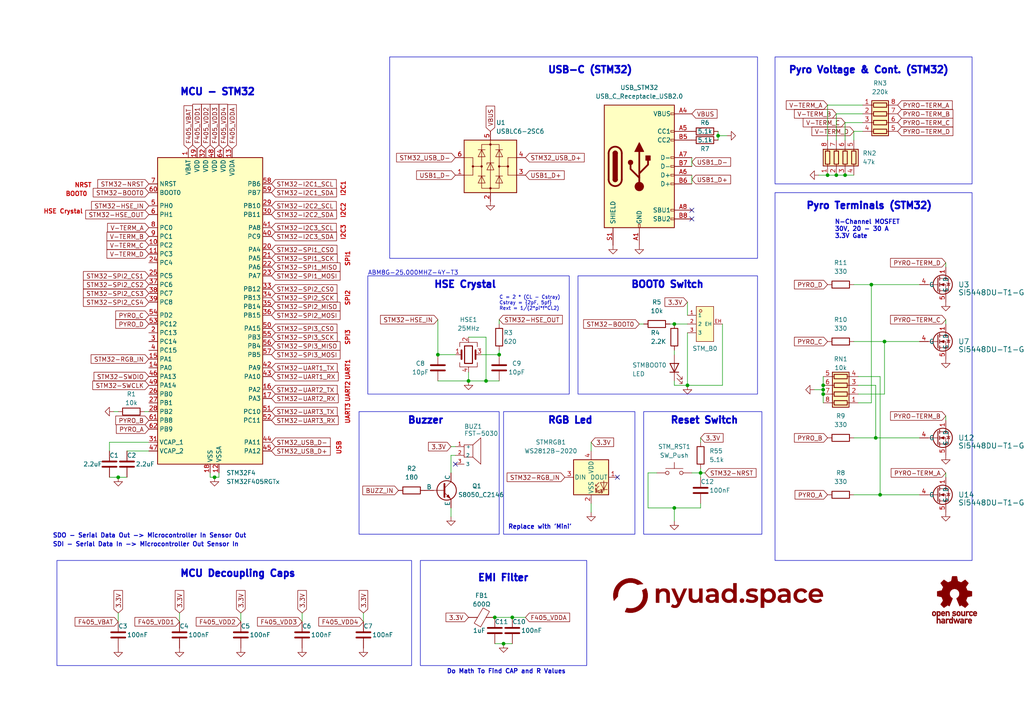
<source format=kicad_sch>
(kicad_sch (version 20250114) (generator "eeschema") (generator_version "9.0")
  (paper "A4")
  (title_block (title "MCU - STM32 Schematic") (company "Aether Flight Computer") (comment 7 "Aether Flight Computer"))
  (lib_symbols
    (symbol "Connector:USB_C_Receptacle_USB2.0" (pin_names (offset 1.016))
      (property "Reference" "J" (at -10.16 19.05 0))
      (property "Value" "USB_C_Receptacle_USB2.0" (at 19.05 19.05 0))
      (symbol "USB_C_Receptacle_USB2.0_1_1"
        (pin passive line (at -7.62 -22.86 90) (length 5.08) (name "SHIELD") (number "S1"))
        (pin passive line (at 0 -22.86 90) (length 5.08) (name "GND") (number "A1"))
        (pin passive line (at 0 -22.86 90) (length 5.08) (hide yes) (name "GND") (number "A12"))
        (pin passive line (at 0 -22.86 90) (length 5.08) (hide yes) (name "GND") (number "B1"))
        (pin passive line (at 0 -22.86 90) (length 5.08) (hide yes) (name "GND") (number "B12"))
        (pin passive line (at 15.24 15.24 180) (length 5.08) (name "VBUS") (number "A4"))
        (pin passive line (at 15.24 15.24 180) (length 5.08) (hide yes) (name "VBUS") (number "A9"))
        (pin passive line (at 15.24 15.24 180) (length 5.08) (hide yes) (name "VBUS") (number "B4"))
        (pin passive line (at 15.24 15.24 180) (length 5.08) (hide yes) (name "VBUS") (number "B9"))
        (pin bidirectional line (at 15.24 10.16 180) (length 5.08) (name "CC1") (number "A5"))
        (pin bidirectional line (at 15.24 7.62 180) (length 5.08) (name "CC2") (number "B5"))
        (pin bidirectional line (at 15.24 2.54 180) (length 5.08) (name "D-") (number "A7"))
        (pin bidirectional line (at 15.24 0 180) (length 5.08) (name "D-") (number "B7"))
        (pin bidirectional line (at 15.24 -2.54 180) (length 5.08) (name "D+") (number "A6"))
        (pin bidirectional line (at 15.24 -5.08 180) (length 5.08) (name "D+") (number "B6"))
        (pin bidirectional line (at 15.24 -12.7 180) (length 5.08) (name "SBU1") (number "A8"))
        (pin bidirectional line (at 15.24 -15.24 180) (length 5.08) (name "SBU2") (number "B8"))
      )
    )
    (symbol "Device:C" (pin_numbers (hide yes)) (pin_names (offset 0.254))
      (property "Reference" "C" (at 0.635 2.54 0))
      (property "Value" "C" (at 0.635 -2.54 0))
      (symbol "C_1_1"
        (pin passive line (at 0 3.81 270) (length 2.794) (name "~") (number "1"))
        (pin passive line (at 0 -3.81 90) (length 2.794) (name "~") (number "2"))
      )
    )
    (symbol "Device:Crystal_GND24" (pin_names (offset 1.016) (hide yes))
      (property "Reference" "Y" (at 3.175 5.08 0))
      (property "Value" "Crystal_GND24" (at 3.175 3.175 0))
      (symbol "Crystal_GND24_1_1"
        (pin passive line (at -3.81 0 0) (length 1.27) (name "1") (number "1"))
        (pin passive line (at 0 5.08 270) (length 1.27) (name "2") (number "2"))
        (pin passive line (at 0 -5.08 90) (length 1.27) (name "4") (number "4"))
        (pin passive line (at 3.81 0 180) (length 1.27) (name "3") (number "3"))
      )
    )
    (symbol "Device:FerriteBead" (pin_numbers (hide yes)) (pin_names (offset 0))
      (property "Reference" "FB" (at -3.81 0.635 90))
      (property "Value" "FerriteBead" (at 3.81 0 90))
      (symbol "FerriteBead_1_1"
        (pin passive line (at 0 3.81 270) (length 2.54) (name "~") (number "1"))
        (pin passive line (at 0 -3.81 90) (length 2.54) (name "~") (number "2"))
      )
    )
    (symbol "Device:LED" (pin_numbers (hide yes)) (pin_names (offset 1.016) (hide yes))
      (property "Reference" "D" (at 0 2.54 0))
      (property "Value" "LED" (at 0 -2.54 0))
      (symbol "LED_1_1"
        (pin passive line (at -3.81 0 0) (length 2.54) (name "K") (number "1"))
        (pin passive line (at 3.81 0 180) (length 2.54) (name "A") (number "2"))
      )
    )
    (symbol "Device:R" (pin_numbers (hide yes)) (pin_names (offset 0))
      (property "Reference" "R" (at 2.032 0 90))
      (property "Value" "R" (at 0 0 90))
      (symbol "R_1_1"
        (pin passive line (at 0 3.81 270) (length 1.27) (name "~") (number "1"))
        (pin passive line (at 0 -3.81 90) (length 1.27) (name "~") (number "2"))
      )
    )
    (symbol "Device:R_Pack04" (pin_names (offset 0) (hide yes))
      (property "Reference" "RN" (at -7.62 0 90))
      (property "Value" "R_Pack04" (at 5.08 0 90))
      (symbol "R_Pack04_1_1"
        (pin passive line (at -5.08 5.08 270) (length 2.54) (name "R1.2") (number "8"))
        (pin passive line (at -5.08 -5.08 90) (length 2.54) (name "R1.1") (number "1"))
        (pin passive line (at -2.54 5.08 270) (length 2.54) (name "R2.2") (number "7"))
        (pin passive line (at -2.54 -5.08 90) (length 2.54) (name "R2.1") (number "2"))
        (pin passive line (at 0 5.08 270) (length 2.54) (name "R3.2") (number "6"))
        (pin passive line (at 0 -5.08 90) (length 2.54) (name "R3.1") (number "3"))
        (pin passive line (at 2.54 5.08 270) (length 2.54) (name "R4.2") (number "5"))
        (pin passive line (at 2.54 -5.08 90) (length 2.54) (name "R4.1") (number "4"))
      )
    )
    (symbol "FST-5030:FST-5030"
      (property "Reference" "BUZ" (at 0 1.27 0))
      (property "Value" "FST-5030" (at 0 -2.54 0))
      (symbol "FST-5030_0_1"
        (pin unspecified line (at -2.54 2.54 0) (length 2.54) (name "+") (number "1"))
        (pin unspecified line (at -2.54 0 0) (length 2.54) (name "2") (number "2"))
        (pin unspecified line (at -2.54 -2.54 0) (length 2.54) (name "3") (number "3"))
      )
    )
    (symbol "LED:WS2812B-2020" (pin_names (offset 0.254))
      (property "Reference" "D" (at 5.08 5.715 0))
      (property "Value" "WS2812B-2020" (at 1.27 -5.715 0))
      (symbol "WS2812B-2020_0_0"
        (text "RGB" (at 2.286 -4.191 0) (effects (font (size 0.762 0.762))))
      )
      (symbol "WS2812B-2020_1_1"
        (pin input line (at -7.62 0 0) (length 2.54) (name "DIN") (number "3"))
        (pin power_in line (at 0 7.62 270) (length 2.54) (name "VDD") (number "4"))
        (pin power_in line (at 0 -7.62 90) (length 2.54) (name "VSS") (number "2"))
        (pin output line (at 7.62 0 180) (length 2.54) (name "DOUT") (number "1"))
      )
    )
    (symbol "Power_Protection:USBLC6-2SC6" (pin_names (hide yes))
      (property "Reference" "U" (at 2.54 8.89 0))
      (property "Value" "USBLC6-2SC6" (at 2.54 -8.89 0))
      (symbol "USBLC6-2SC6_1_1"
        (pin passive line (at -10.16 2.54 0) (length 2.54) (name "I/O1") (number "6"))
        (pin passive line (at -10.16 -2.54 0) (length 2.54) (name "I/O1") (number "1"))
        (pin passive line (at 0 10.16 270) (length 2.54) (name "VBUS") (number "5"))
        (pin passive line (at 0 -10.16 90) (length 2.54) (name "GND") (number "2"))
        (pin passive line (at 10.16 2.54 180) (length 2.54) (name "I/O2") (number "4"))
        (pin passive line (at 10.16 -2.54 180) (length 2.54) (name "I/O2") (number "3"))
      )
    )
    (symbol "SI5442DU-T1-GE3_2" (pin_names (offset 0.254))
      (property "Reference" "U3" (at 4.826 0 0))
      (property "Value" "SI5442DU-T1-GE3" (at 4.826 -2.286 0))
      (symbol "SI5442DU-T1-GE3_2_0_1"
        (pin unspecified line (at -6.35 0 0) (length 2.54) (name "G") (number "4"))
        (pin passive line (at 1.27 5.08 270) (length 2.54) (name "D") (number "1"))
        (pin unspecified line (at 1.27 -5.08 90) (length 2.54) (name "S") (number "5"))
      )
      (symbol "SI5442DU-T1-GE3_2_1_1"
        (pin unspecified line (at 1.27 -5.08 90) (length 2.54) (hide yes) (name "S") (number "9"))
      )
    )
    (symbol "SS-3292S-L2-B:SS-3292S-L2-B"
      (property "Reference" "U" (at 0 1.27 0))
      (property "Value" "SS-3292S-L2-B" (at 0 -2.54 0))
      (symbol "SS-3292S-L2-B_0_1"
        (pin unspecified line (at -2.54 -3.81 90) (length 2.54) (name "1") (number "1"))
        (pin unspecified line (at 0 6.35 270) (length 2.54) (name "EH") (number "EH"))
        (pin unspecified line (at 0 -3.81 90) (length 2.54) (name "2") (number "2"))
        (pin unspecified line (at 2.54 -3.81 90) (length 2.54) (name "3") (number "3"))
      )
    )
    (symbol "STM32F405RGTx_1"
      (property "Reference" "U13" (at 4.7341 -45.72 0))
      (property "Value" "STM32F405RGTx" (at 4.7341 -48.26 0))
      (symbol "STM32F405RGTx_1_1_1"
        (pin input line (at -17.78 38.1 0) (length 2.54) (name "NRST") (number "7"))
        (pin input line (at -17.78 35.56 0) (length 2.54) (name "BOOT0") (number "60"))
        (pin bidirectional line (at -17.78 31.75 0) (length 2.54) (name "PH0") (number "5"))
        (pin bidirectional line (at -17.78 29.21 0) (length 2.54) (name "PH1") (number "6"))
        (pin bidirectional line (at -17.78 25.4 0) (length 2.54) (name "PC0") (number "8"))
        (pin bidirectional line (at -17.78 22.86 0) (length 2.54) (name "PC1") (number "9"))
        (pin bidirectional line (at -17.78 20.32 0) (length 2.54) (name "PC2") (number "10"))
        (pin bidirectional line (at -17.78 17.78 0) (length 2.54) (name "PC3") (number "11"))
        (pin bidirectional line (at -17.78 15.24 0) (length 2.54) (name "PC4") (number "24"))
        (pin bidirectional line (at -17.78 11.43 0) (length 2.54) (name "PC5") (number "25"))
        (pin bidirectional line (at -17.78 8.89 0) (length 2.54) (name "PC6") (number "37"))
        (pin bidirectional line (at -17.78 6.35 0) (length 2.54) (name "PC7") (number "38"))
        (pin bidirectional line (at -17.78 3.81 0) (length 2.54) (name "PC8") (number "39"))
        (pin bidirectional line (at -17.78 0 0) (length 2.54) (name "PD2") (number "54"))
        (pin bidirectional line (at -17.78 -2.54 0) (length 2.54) (name "PC12") (number "53"))
        (pin bidirectional line (at -17.78 -5.08 0) (length 2.54) (name "PC13") (number "2"))
        (pin bidirectional line (at -17.78 -7.62 0) (length 2.54) (name "PC14") (number "3"))
        (pin bidirectional line (at -17.78 -10.16 0) (length 2.54) (name "PC15") (number "4"))
        (pin bidirectional line (at -17.78 -12.7 0) (length 2.54) (name "PA1") (number "15"))
        (pin bidirectional line (at -17.78 -15.24 0) (length 2.54) (name "PA0") (number "14"))
        (pin bidirectional line (at -17.78 -17.78 0) (length 2.54) (name "PA13") (number "46"))
        (pin bidirectional line (at -17.78 -20.32 0) (length 2.54) (name "PA14") (number "49"))
        (pin bidirectional line (at -17.78 -22.86 0) (length 2.54) (name "PB0") (number "26"))
        (pin bidirectional line (at -17.78 -25.4 0) (length 2.54) (name "PB1") (number "27"))
        (pin bidirectional line (at -17.78 -27.94 0) (length 2.54) (name "PB2") (number "28"))
        (pin bidirectional line (at -17.78 -30.48 0) (length 2.54) (name "PB8") (number "61"))
        (pin bidirectional line (at -17.78 -33.02 0) (length 2.54) (name "PB9") (number "62"))
        (pin power_out line (at -17.78 -36.83 0) (length 2.54) (name "VCAP_1") (number "31"))
        (pin power_out line (at -17.78 -39.37 0) (length 2.54) (name "VCAP_2") (number "47"))
        (pin power_in line (at -6.35 48.26 270) (length 2.54) (name "VBAT") (number "1"))
        (pin power_in line (at -3.81 48.26 270) (length 2.54) (name "VDD") (number "19"))
        (pin power_in line (at -1.27 48.26 270) (length 2.54) (name "VDD") (number "32"))
        (pin power_in line (at 0 -45.72 90) (length 2.54) (name "VSS") (number "18"))
        (pin passive line (at 0 -45.72 90) (length 2.54) (hide yes) (name "VSS") (number "63"))
        (pin power_in line (at 1.27 48.26 270) (length 2.54) (name "VDD") (number "48"))
        (pin power_in line (at 2.54 -45.72 90) (length 2.54) (name "VSSA") (number "12"))
        (pin power_in line (at 3.81 48.26 270) (length 2.54) (name "VDD") (number "64"))
        (pin power_in line (at 6.35 48.26 270) (length 2.54) (name "VDDA") (number "13"))
        (pin bidirectional line (at 17.78 38.1 180) (length 2.54) (name "PB6") (number "58"))
        (pin bidirectional line (at 17.78 35.56 180) (length 2.54) (name "PB7") (number "59"))
        (pin bidirectional line (at 17.78 31.75 180) (length 2.54) (name "PB10") (number "29"))
        (pin bidirectional line (at 17.78 29.21 180) (length 2.54) (name "PB11") (number "30"))
        (pin bidirectional line (at 17.78 25.4 180) (length 2.54) (name "PA8") (number "41"))
        (pin bidirectional line (at 17.78 22.86 180) (length 2.54) (name "PC9") (number "40"))
        (pin bidirectional line (at 17.78 19.05 180) (length 2.54) (name "PA4") (number "20"))
        (pin bidirectional line (at 17.78 16.51 180) (length 2.54) (name "PA5") (number "21"))
        (pin bidirectional line (at 17.78 13.97 180) (length 2.54) (name "PA6") (number "22"))
        (pin bidirectional line (at 17.78 11.43 180) (length 2.54) (name "PA7") (number "23"))
        (pin bidirectional line (at 17.78 7.62 180) (length 2.54) (name "PB12") (number "33"))
        (pin bidirectional line (at 17.78 5.08 180) (length 2.54) (name "PB13") (number "34"))
        (pin bidirectional line (at 17.78 2.54 180) (length 2.54) (name "PB14") (number "35"))
        (pin bidirectional line (at 17.78 0 180) (length 2.54) (name "PB15") (number "36"))
        (pin bidirectional line (at 17.78 -3.81 180) (length 2.54) (name "PA15") (number "50"))
        (pin bidirectional line (at 17.78 -6.35 180) (length 2.54) (name "PB3") (number "55"))
        (pin bidirectional line (at 17.78 -8.89 180) (length 2.54) (name "PB4") (number "56"))
        (pin bidirectional line (at 17.78 -11.43 180) (length 2.54) (name "PB5") (number "57"))
        (pin bidirectional line (at 17.78 -15.24 180) (length 2.54) (name "PA9") (number "42"))
        (pin bidirectional line (at 17.78 -17.78 180) (length 2.54) (name "PA10") (number "43"))
        (pin bidirectional line (at 17.78 -21.59 180) (length 2.54) (name "PA2") (number "16"))
        (pin bidirectional line (at 17.78 -24.13 180) (length 2.54) (name "PA3") (number "17"))
        (pin bidirectional line (at 17.78 -27.94 180) (length 2.54) (name "PC10") (number "51"))
        (pin bidirectional line (at 17.78 -30.48 180) (length 2.54) (name "PC11") (number "52"))
        (pin bidirectional line (at 17.78 -36.83 180) (length 2.54) (name "PA11") (number "44"))
        (pin bidirectional line (at 17.78 -39.37 180) (length 2.54) (name "PA12") (number "45"))
      )
    )
    (symbol "Simulation_SPICE:NPN" (pin_numbers (hide yes)) (pin_names (offset 0))
      (property "Reference" "Q1" (at 8.636 1.27 0))
      (property "Value" "S8050_C2146" (at 4.572 -1.27 0))
      (symbol "NPN_1_1"
        (pin input line (at -5.08 0 0) (length 2.54) (name "B") (number "1"))
        (pin open_collector line (at 2.54 5.08 270) (length 2.54) (name "C") (number "3"))
        (pin open_emitter line (at 2.54 -5.08 90) (length 2.54) (name "E") (number "2"))
      )
    )
    (symbol "Switch:SW_Push" (pin_numbers (hide yes)) (pin_names (offset 1.016) (hide yes))
      (property "Reference" "SW" (at 1.27 2.54 0))
      (property "Value" "SW_Push" (at 0 -1.524 0))
      (symbol "SW_Push_0_1"
        (pin passive line (at -5.08 0 0) (length 2.54) (name "1") (number "1"))
        (pin passive line (at 5.08 0 180) (length 2.54) (name "2") (number "2"))
      )
    )
    (symbol "nyuad_space:LOGO" (pin_names (offset 1.016)))
    (symbol "osh_logo:LOGO" (pin_names (offset 1.016)))
    (symbol "power:GND" (power) (pin_names (offset 0))
      (property "Value" "GND" (at 0 -3.81 0))
      (symbol "GND_1_1"
        (pin power_in line (at 0 0 270) (length 0) (hide yes) (name "GND") (number "1"))
      )
    )
  )
  (rectangle (start 167.64 80.01) (end 219.71 114.3))
  (rectangle (start 106.68 80.01) (end 165.1 114.3))
  (rectangle (start 224.79 55.88) (end 281.94 162.56))
  (rectangle (start 121.92 162.56) (end 170.18 193.04))
  (rectangle (start 146.05 119.38) (end 184.15 154.94))
  (rectangle (start 104.14 119.38) (end 144.78 154.94))
  (rectangle (start 16.51 162.56) (end 119.38 193.04))
  (rectangle (start 224.79 16.51) (end 281.94 53.34))
  (rectangle (start 186.69 119.38) (end 220.98 154.94))
  (rectangle (start 113.03 16.51) (end 219.71 74.93))
  (text "BOOT0" (at 25.4 57.15 0) (effects (font (size 1.27 1.27) (thickness 0.254) (bold yes)) (justify right bottom)))
  (text "Buzzer" (at 118.11 123.19 0) (effects (font (size 2 2) (thickness 0.8) (bold yes)) (justify left bottom)))
  (text "SDO - Serial Data Out -> Microcontroller In Sensor Out" (at 15.24 156.21 0) (effects (font (size 1.27 1.27) (bold yes)) (justify left bottom)))
  (text "SPI1" (at 101.6 77.47 90) (effects (font (size 1.27 1.27) (thickness 0.254) (bold yes)) (justify left bottom)))
  (text "UART2" (at 101.6 116.84 90) (effects (font (size 1.27 1.27) (thickness 0.254) (bold yes)) (justify left bottom)))
  (text "HSE Crystal" (at 24.13 62.23 0) (effects (font (size 1.27 1.27) (thickness 0.254) (bold yes)) (justify right bottom)))
  (text "Replace with 'Mini'" (at 147.32 153.67 0) (effects (font (size 1.27 1.27) (bold yes)) (justify left bottom)))
  (text "Pyro Terminals (STM32)" (at 233.68 60.96 0) (effects (font (size 2 2) (thickness 0.8) (bold yes)) (justify left bottom)))
  (text "USB" (at 99.06 132.08 90) (effects (font (size 1.27 1.27) (thickness 0.254) (bold yes)) (justify left bottom)))
  (text "I2C3" (at 100.33 69.85 90) (effects (font (size 1.27 1.27) (thickness 0.254) (bold yes)) (justify left bottom)))
  (text "BOOT0 Switch" (at 182.88 83.82 0) (effects (font (size 2 2) (thickness 0.8) (bold yes)) (justify left bottom)))
  (text "UART3" (at 101.6 123.19 90) (effects (font (size 1.27 1.27) (thickness 0.254) (bold yes)) (justify left bottom)))
  (text "MCU Decoupling Caps" (at 52.07 167.64 0) (effects (font (size 2 2) (thickness 0.8) (bold yes)) (justify left bottom)))
  (text "USB-C (STM32)" (at 158.75 21.59 0) (effects (font (size 2 2) (thickness 0.8) (bold yes)) (justify left bottom)))
  (text "SDI - Serial Data In -> Microcontroller Out Sensor In" (at 15.24 158.75 0) (effects (font (size 1.27 1.27) (bold yes)) (justify left bottom)))
  (text "UART1" (at 101.6 110.49 90) (effects (font (size 1.27 1.27) (thickness 0.254) (bold yes)) (justify left bottom)))
  (text "Do Math To Find CAP and R Values" (at 129.54 195.58 0) (effects (font (size 1.27 1.27) (bold yes)) (justify left bottom)))
  (text "NRST" (at 26.67 54.61 0) (effects (font (size 1.27 1.27) (thickness 0.254) (bold yes)) (justify right bottom)))
  (text "C = 2 * (CL - Cstray)\nCstray = {2pF, 5pf}\nRext = 1/(2*pi*f*CL2)" (at 144.78 90.17 0) (effects (font (size 1 1)) (justify left bottom)))
  (text "Notes:\n- Add header Pins, antenna pins, verify connectors\n- Verify VBUS, VBAT logic\n- Need Auto Reset/Boot Logic for STM32 and ESP32 on USB\n\n" (at 0 1.27 0) (effects (font (size 1.27 1.27)) (justify left bottom)))
  (text "N-Channel MOSFET\n30V, 20 - 30 A\n3.3V Gate" (at 242.062 69.342 0) (effects (font (size 1.27 1.27) (bold yes)) (justify left bottom)))
  (text "EMI Filter" (at 138.43 168.91 0) (effects (font (size 2 2) (thickness 0.8) (bold yes)) (justify left bottom)))
  (text "SPI3" (at 101.6 100.33 90) (effects (font (size 1.27 1.27) (thickness 0.254) (bold yes)) (justify left bottom)))
  (text "I2C1" (at 100.33 57.15 90) (effects (font (size 1.27 1.27) (thickness 0.254) (bold yes)) (justify left bottom)))
  (text "ABM8G-25.000MHZ-4Y-T3" (at 106.68 80.01 0) (effects (font (size 1.27 1.27)) (justify left bottom)))
  (text "MCU - STM32" (at 52.07 27.94 0) (effects (font (size 2 2) (thickness 0.8) (bold yes)) (justify left bottom)))
  (text "SPI2" (at 101.6 88.9 90) (effects (font (size 1.27 1.27) (thickness 0.254) (bold yes)) (justify left bottom)))
  (text "I2C2" (at 100.33 63.5 90) (effects (font (size 1.27 1.27) (thickness 0.254) (bold yes)) (justify left bottom)))
  (text "Pyro Voltage & Cont. (STM32)" (at 228.6 21.59 0) (effects (font (size 2 2) (thickness 0.8) (bold yes)) (justify left bottom)))
  (text "HSE Crystal" (at 125.73 83.82 0) (effects (font (size 2 2) (thickness 0.8) (bold yes)) (justify left bottom)))
  (text "RGB Led" (at 158.75 123.19 0) (effects (font (size 2 2) (thickness 0.8) (bold yes)) (justify left bottom)))
  (text "Reset Switch" (at 194.31 123.19 0) (effects (font (size 2 2) (thickness 0.8) (bold yes)) (justify left bottom)))
  (junction (at 238.76 114.3))
  (junction (at 140.97 110.49))
  (junction (at 195.58 93.98))
  (junction (at 252.73 82.55))
  (junction (at 254 127))
  (junction (at 238.76 111.76))
  (junction (at 146.05 186.69))
  (junction (at 34.29 138.43))
  (junction (at 135.89 110.49))
  (junction (at 143.51 179.07))
  (junction (at 203.2 137.16))
  (junction (at 238.76 113.03))
  (junction (at 242.57 50.8))
  (junction (at 127 102.87))
  (junction (at 62.23 138.43))
  (junction (at 144.78 102.87))
  (junction (at 245.11 50.8))
  (junction (at 240.03 50.8))
  (junction (at 195.58 147.32))
  (junction (at 208.28 39.37))
  (junction (at 199.39 111.76))
  (junction (at 256.54 99.06))
  (junction (at 148.59 179.07))
  (junction (at 255.27 143.51))
  (no_connect (at 200.66 60.96))
  (no_connect (at 179.07 138.43))
  (no_connect (at 200.66 63.5))
  (no_connect (at 132.08 134.62))
  (wire (pts (xy 242.57 40.64) (xy 242.57 33.02)))
  (wire (pts (xy 209.55 93.98) (xy 209.55 111.76)))
  (wire (pts (xy 247.65 127) (xy 254 127)))
  (wire (pts (xy 60.96 138.43) (xy 62.23 138.43)))
  (wire (pts (xy 247.65 38.1) (xy 250.19 38.1)))
  (wire (pts (xy 254 111.76) (xy 254 127)))
  (wire (pts (xy 199.39 87.63) (xy 199.39 91.44)))
  (wire (pts (xy 195.58 151.13) (xy 195.58 147.32)))
  (wire (pts (xy 144.78 101.6) (xy 144.78 102.87)))
  (wire (pts (xy 135.89 110.49) (xy 135.89 107.95)))
  (wire (pts (xy 200.66 45.72) (xy 200.66 48.26)))
  (wire (pts (xy 238.76 113.03) (xy 238.76 114.3)))
  (wire (pts (xy 63.5 137.16) (xy 63.5 138.43)))
  (wire (pts (xy 52.07 177.8) (xy 52.07 180.34)))
  (wire (pts (xy 60.96 137.16) (xy 60.96 138.43)))
  (wire (pts (xy 135.89 110.49) (xy 140.97 110.49)))
  (wire (pts (xy 143.51 186.69) (xy 146.05 186.69)))
  (wire (pts (xy 237.49 50.8) (xy 240.03 50.8)))
  (wire (pts (xy 130.81 132.08) (xy 130.81 137.16)))
  (wire (pts (xy 209.55 111.76) (xy 199.39 111.76)))
  (wire (pts (xy 274.32 137.16) (xy 274.32 138.43)))
  (wire (pts (xy 208.28 38.1) (xy 208.28 39.37)))
  (wire (pts (xy 203.2 138.43) (xy 203.2 137.16)))
  (wire (pts (xy 31.75 130.81) (xy 31.75 128.27)))
  (wire (pts (xy 62.23 138.43) (xy 63.5 138.43)))
  (wire (pts (xy 247.65 99.06) (xy 256.54 99.06)))
  (wire (pts (xy 245.11 50.8) (xy 247.65 50.8)))
  (wire (pts (xy 31.75 138.43) (xy 34.29 138.43)))
  (wire (pts (xy 248.92 116.84) (xy 252.73 116.84)))
  (wire (pts (xy 195.58 147.32) (xy 203.2 147.32)))
  (wire (pts (xy 274.32 76.2) (xy 274.32 77.47)))
  (wire (pts (xy 240.03 30.48) (xy 250.19 30.48)))
  (wire (pts (xy 203.2 128.27) (xy 203.2 127)))
  (wire (pts (xy 146.05 186.69) (xy 148.59 186.69)))
  (wire (pts (xy 139.7 102.87) (xy 144.78 102.87)))
  (wire (pts (xy 256.54 99.06) (xy 266.7 99.06)))
  (wire (pts (xy 242.57 50.8) (xy 245.11 50.8)))
  (wire (pts (xy 238.76 111.76) (xy 238.76 113.03)))
  (wire (pts (xy 195.58 93.98) (xy 199.39 93.98)))
  (wire (pts (xy 41.91 119.38) (xy 43.18 119.38)))
  (wire (pts (xy 200.66 50.8) (xy 200.66 53.34)))
  (wire (pts (xy 148.59 179.07) (xy 152.4 179.07)))
  (wire (pts (xy 87.63 177.8) (xy 87.63 180.34)))
  (wire (pts (xy 203.2 147.32) (xy 203.2 146.05)))
  (wire (pts (xy 252.73 82.55) (xy 266.7 82.55)))
  (wire (pts (xy 252.73 116.84) (xy 252.73 82.55)))
  (wire (pts (xy 238.76 109.22) (xy 238.76 111.76)))
  (wire (pts (xy 240.03 50.8) (xy 242.57 50.8)))
  (wire (pts (xy 140.97 110.49) (xy 144.78 110.49)))
  (wire (pts (xy 36.83 130.81) (xy 43.18 130.81)))
  (wire (pts (xy 208.28 39.37) (xy 208.28 40.64)))
  (wire (pts (xy 242.57 33.02) (xy 250.19 33.02)))
  (wire (pts (xy 195.58 147.32) (xy 187.96 147.32)))
  (wire (pts (xy 185.42 93.98) (xy 186.69 93.98)))
  (wire (pts (xy 34.29 119.38) (xy 33.02 119.38)))
  (wire (pts (xy 140.97 97.79) (xy 140.97 110.49)))
  (wire (pts (xy 254 127) (xy 266.7 127)))
  (wire (pts (xy 130.81 132.08) (xy 132.08 132.08)))
  (wire (pts (xy 195.58 111.76) (xy 199.39 111.76)))
  (wire (pts (xy 274.32 120.65) (xy 274.32 121.92)))
  (wire (pts (xy 238.76 114.3) (xy 238.76 116.84)))
  (wire (pts (xy 245.11 40.64) (xy 245.11 35.56)))
  (wire (pts (xy 248.92 111.76) (xy 254 111.76)))
  (wire (pts (xy 245.11 35.56) (xy 250.19 35.56)))
  (wire (pts (xy 236.22 113.03) (xy 238.76 113.03)))
  (wire (pts (xy 105.41 177.8) (xy 105.41 180.34)))
  (wire (pts (xy 248.92 114.3) (xy 256.54 114.3)))
  (wire (pts (xy 248.92 109.22) (xy 255.27 109.22)))
  (wire (pts (xy 247.65 82.55) (xy 252.73 82.55)))
  (wire (pts (xy 195.58 102.87) (xy 195.58 101.6)))
  (wire (pts (xy 127 110.49) (xy 135.89 110.49)))
  (wire (pts (xy 132.08 129.54) (xy 130.81 129.54)))
  (wire (pts (xy 255.27 143.51) (xy 266.7 143.51)))
  (wire (pts (xy 247.65 143.51) (xy 255.27 143.51)))
  (wire (pts (xy 171.45 148.59) (xy 171.45 146.05)))
  (wire (pts (xy 143.51 179.07) (xy 148.59 179.07)))
  (wire (pts (xy 200.66 137.16) (xy 203.2 137.16)))
  (wire (pts (xy 199.39 96.52) (xy 199.39 111.76)))
  (wire (pts (xy 187.96 147.32) (xy 187.96 137.16)))
  (wire (pts (xy 256.54 114.3) (xy 256.54 99.06)))
  (wire (pts (xy 130.81 149.86) (xy 130.81 147.32)))
  (wire (pts (xy 34.29 177.8) (xy 34.29 180.34)))
  (wire (pts (xy 69.85 177.8) (xy 69.85 180.34)))
  (wire (pts (xy 34.29 138.43) (xy 36.83 138.43)))
  (wire (pts (xy 171.45 128.27) (xy 171.45 130.81)))
  (wire (pts (xy 247.65 40.64) (xy 247.65 38.1)))
  (wire (pts (xy 203.2 135.89) (xy 203.2 137.16)))
  (wire (pts (xy 31.75 128.27) (xy 43.18 128.27)))
  (wire (pts (xy 127 92.71) (xy 127 102.87)))
  (wire (pts (xy 208.28 39.37) (xy 210.82 39.37)))
  (wire (pts (xy 240.03 40.64) (xy 240.03 30.48)))
  (wire (pts (xy 274.32 92.71) (xy 274.32 93.98)))
  (wire (pts (xy 144.78 92.71) (xy 144.78 93.98)))
  (wire (pts (xy 195.58 111.76) (xy 195.58 110.49)))
  (wire (pts (xy 203.2 137.16) (xy 204.47 137.16)))
  (wire (pts (xy 135.89 97.79) (xy 140.97 97.79)))
  (wire (pts (xy 195.58 93.98) (xy 194.31 93.98)))
  (wire (pts (xy 127 102.87) (xy 132.08 102.87)))
  (wire (pts (xy 187.96 137.16) (xy 190.5 137.16)))
  (wire (pts (xy 255.27 109.22) (xy 255.27 143.51)))
  (global_label "V-TERM_C" (shape input) (at 43.18 71.12 180) (property "Intersheetrefs" "${INTERSHEET_REFS}" (effects (hide yes))))
  (global_label "PYRO-TERM_B" (shape input) (at 260.35 33.02 0) (property "Intersheetrefs" "${INTERSHEET_REFS}" (effects (hide yes))))
  (global_label "STM32-I2C2_SCL" (shape input) (at 78.74 59.69 0) (property "Intersheetrefs" "${INTERSHEET_REFS}" (effects (hide yes))))
  (global_label "STM32-HSE_IN" (shape input) (at 43.18 59.69 180) (property "Intersheetrefs" "${INTERSHEET_REFS}" (effects (hide yes))))
  (global_label "PYRO-TERM_A" (shape input) (at 260.35 30.48 0) (property "Intersheetrefs" "${INTERSHEET_REFS}" (effects (hide yes))))
  (global_label "PYRO_B" (shape input) (at 43.18 121.92 180) (property "Intersheetrefs" "${INTERSHEET_REFS}" (effects (hide yes))))
  (global_label "PYRO-TERM_D" (shape input) (at 260.35 38.1 0) (property "Intersheetrefs" "${INTERSHEET_REFS}" (effects (hide yes))))
  (global_label "STM32-SPI3_SCK" (shape input) (at 78.74 97.79 0) (property "Intersheetrefs" "${INTERSHEET_REFS}" (effects (hide yes))))
  (global_label "STM32-SWDIO" (shape input) (at 43.18 109.22 180) (property "Intersheetrefs" "${INTERSHEET_REFS}" (effects (hide yes))))
  (global_label "STM32-SPI2_SCK" (shape input) (at 78.74 86.36 0) (property "Intersheetrefs" "${INTERSHEET_REFS}" (effects (hide yes))))
  (global_label "STM32-NRST" (shape input) (at 43.18 53.34 180) (property "Intersheetrefs" "${INTERSHEET_REFS}" (effects (hide yes))))
  (global_label "STM32-BOOT0" (shape input) (at 43.18 55.88 180) (property "Intersheetrefs" "${INTERSHEET_REFS}" (effects (hide yes))))
  (global_label "STM32-SPI3_MISO" (shape input) (at 78.74 100.33 0) (property "Intersheetrefs" "${INTERSHEET_REFS}" (effects (hide yes))))
  (global_label "F405_VDD3" (shape input) (at 62.23 43.18 90) (property "Intersheetrefs" "${INTERSHEET_REFS}" (effects (hide yes))))
  (global_label "3.3V" (shape input) (at 34.29 177.8 90) (property "Intersheetrefs" "${INTERSHEET_REFS}" (effects (hide yes))))
  (global_label "PYRO_B" (shape input) (at 240.03 127 180) (property "Intersheetrefs" "${INTERSHEET_REFS}" (effects (hide yes))))
  (global_label "V-TERM_B" (shape input) (at 242.57 33.02 180) (property "Intersheetrefs" "${INTERSHEET_REFS}" (effects (hide yes))))
  (global_label "3.3V" (shape input) (at 130.81 129.54 180) (property "Intersheetrefs" "${INTERSHEET_REFS}" (effects (hide yes))))
  (global_label "STM32-UART2_TX" (shape input) (at 78.74 113.03 0) (property "Intersheetrefs" "${INTERSHEET_REFS}" (effects (hide yes))))
  (global_label "USB1_D-" (shape input) (at 132.08 50.8 180) (property "Intersheetrefs" "${INTERSHEET_REFS}" (effects (hide yes))))
  (global_label "STM32-UART3_RX" (shape input) (at 78.74 121.92 0) (property "Intersheetrefs" "${INTERSHEET_REFS}" (effects (hide yes))))
  (global_label "BUZZ_IN" (shape input) (at 115.57 142.24 180) (property "Intersheetrefs" "${INTERSHEET_REFS}" (effects (hide yes))))
  (global_label "F405_VBAT" (shape input) (at 34.29 180.34 180) (property "Intersheetrefs" "${INTERSHEET_REFS}" (effects (hide yes))))
  (global_label "F405_VDD2" (shape input) (at 69.85 180.34 180) (property "Intersheetrefs" "${INTERSHEET_REFS}" (effects (hide yes))))
  (global_label "V-TERM_D" (shape input) (at 247.65 38.1 180) (property "Intersheetrefs" "${INTERSHEET_REFS}" (effects (hide yes))))
  (global_label "STM32-HSE_OUT" (shape input) (at 43.18 62.23 180) (property "Intersheetrefs" "${INTERSHEET_REFS}" (effects (hide yes))))
  (global_label "STM32-RGB_IN" (shape input) (at 163.83 138.43 180) (property "Intersheetrefs" "${INTERSHEET_REFS}" (effects (hide yes))))
  (global_label "3.3V" (shape input) (at 199.39 87.63 180) (property "Intersheetrefs" "${INTERSHEET_REFS}" (effects (hide yes))))
  (global_label "F405_VDDA" (shape input) (at 67.31 43.18 90) (property "Intersheetrefs" "${INTERSHEET_REFS}" (effects (hide yes))))
  (global_label "STM32-SPI1_MOSI" (shape input) (at 78.74 80.01 0) (property "Intersheetrefs" "${INTERSHEET_REFS}" (effects (hide yes))))
  (global_label "V-TERM_A" (shape input) (at 240.03 30.48 180) (property "Intersheetrefs" "${INTERSHEET_REFS}" (effects (hide yes))))
  (global_label "PYRO_A" (shape input) (at 240.03 143.51 180) (property "Intersheetrefs" "${INTERSHEET_REFS}" (effects (hide yes))))
  (global_label "USB1_D+" (shape input) (at 200.66 52.07 0) (property "Intersheetrefs" "${INTERSHEET_REFS}" (effects (hide yes))))
  (global_label "V-TERM_D" (shape input) (at 43.18 73.66 180) (property "Intersheetrefs" "${INTERSHEET_REFS}" (effects (hide yes))))
  (global_label "F405_VBAT" (shape input) (at 54.61 43.18 90) (property "Intersheetrefs" "${INTERSHEET_REFS}" (effects (hide yes))))
  (global_label "STM32_USB_D-" (shape input) (at 78.74 128.27 0) (property "Intersheetrefs" "${INTERSHEET_REFS}" (effects (hide yes))))
  (global_label "STM32-SPI2_CS4" (shape input) (at 43.18 87.63 180) (property "Intersheetrefs" "${INTERSHEET_REFS}" (effects (hide yes))))
  (global_label "STM32_USB_D-" (shape input) (at 132.08 45.72 180) (property "Intersheetrefs" "${INTERSHEET_REFS}" (effects (hide yes))))
  (global_label "STM32-SPI2_CS1" (shape input) (at 43.18 80.01 180) (property "Intersheetrefs" "${INTERSHEET_REFS}" (effects (hide yes))))
  (global_label "USB1_D-" (shape input) (at 200.66 46.99 0) (property "Intersheetrefs" "${INTERSHEET_REFS}" (effects (hide yes))))
  (global_label "F405_VDD1" (shape input) (at 52.07 180.34 180) (property "Intersheetrefs" "${INTERSHEET_REFS}" (effects (hide yes))))
  (global_label "PYRO_D" (shape input) (at 43.18 93.98 180) (property "Intersheetrefs" "${INTERSHEET_REFS}" (effects (hide yes))))
  (global_label "STM32-UART1_TX" (shape input) (at 78.74 106.68 0) (property "Intersheetrefs" "${INTERSHEET_REFS}" (effects (hide yes))))
  (global_label "STM32-UART3_TX" (shape input) (at 78.74 119.38 0) (property "Intersheetrefs" "${INTERSHEET_REFS}" (effects (hide yes))))
  (global_label "STM32-SPI2_CS2" (shape input) (at 43.18 82.55 180) (property "Intersheetrefs" "${INTERSHEET_REFS}" (effects (hide yes))))
  (global_label "STM32-I2C1_SDA" (shape input) (at 78.74 55.88 0) (property "Intersheetrefs" "${INTERSHEET_REFS}" (effects (hide yes))))
  (global_label "F405_VDD4" (shape input) (at 105.41 180.34 180) (property "Intersheetrefs" "${INTERSHEET_REFS}" (effects (hide yes))))
  (global_label "STM32-I2C2_SDA" (shape input) (at 78.74 62.23 0) (property "Intersheetrefs" "${INTERSHEET_REFS}" (effects (hide yes))))
  (global_label "V-TERM_A" (shape input) (at 43.18 66.04 180) (property "Intersheetrefs" "${INTERSHEET_REFS}" (effects (hide yes))))
  (global_label "3.3V" (shape input) (at 105.41 177.8 90) (property "Intersheetrefs" "${INTERSHEET_REFS}" (effects (hide yes))))
  (global_label "STM32-SPI2_MOSI" (shape input) (at 78.74 91.44 0) (property "Intersheetrefs" "${INTERSHEET_REFS}" (effects (hide yes))))
  (global_label "3.3V" (shape input) (at 203.2 127 0) (property "Intersheetrefs" "${INTERSHEET_REFS}" (effects (hide yes))))
  (global_label "PYRO-TERM_C" (shape input) (at 274.32 92.71 180) (property "Intersheetrefs" "${INTERSHEET_REFS}" (effects (hide yes))))
  (global_label "STM32-SPI1_SCK" (shape input) (at 78.74 74.93 0) (property "Intersheetrefs" "${INTERSHEET_REFS}" (effects (hide yes))))
  (global_label "STM32-SPI2_MISO" (shape input) (at 78.74 88.9 0) (property "Intersheetrefs" "${INTERSHEET_REFS}" (effects (hide yes))))
  (global_label "STM32-HSE_IN" (shape input) (at 127 92.71 180) (property "Intersheetrefs" "${INTERSHEET_REFS}" (effects (hide yes))))
  (global_label "PYRO-TERM_C" (shape input) (at 260.35 35.56 0) (property "Intersheetrefs" "${INTERSHEET_REFS}" (effects (hide yes))))
  (global_label "VBUS" (shape input) (at 200.66 33.02 0) (property "Intersheetrefs" "${INTERSHEET_REFS}" (effects (hide yes))))
  (global_label "F405_VDD1" (shape input) (at 57.15 43.18 90) (property "Intersheetrefs" "${INTERSHEET_REFS}" (effects (hide yes))))
  (global_label "STM32-UART2_RX" (shape input) (at 78.74 115.57 0) (property "Intersheetrefs" "${INTERSHEET_REFS}" (effects (hide yes))))
  (global_label "V-TERM_C" (shape input) (at 245.11 35.56 180) (property "Intersheetrefs" "${INTERSHEET_REFS}" (effects (hide yes))))
  (global_label "STM32-SPI2_CS3" (shape input) (at 43.18 85.09 180) (property "Intersheetrefs" "${INTERSHEET_REFS}" (effects (hide yes))))
  (global_label "PYRO-TERM_B" (shape input) (at 274.32 120.65 180) (property "Intersheetrefs" "${INTERSHEET_REFS}" (effects (hide yes))))
  (global_label "STM32_USB_D+" (shape input) (at 152.4 45.72 0) (property "Intersheetrefs" "${INTERSHEET_REFS}" (effects (hide yes))))
  (global_label "PYRO-TERM_A" (shape input) (at 274.32 137.16 180) (property "Intersheetrefs" "${INTERSHEET_REFS}" (effects (hide yes))))
  (global_label "STM32-UART1_RX" (shape input) (at 78.74 109.22 0) (property "Intersheetrefs" "${INTERSHEET_REFS}" (effects (hide yes))))
  (global_label "V-TERM_B" (shape input) (at 43.18 68.58 180) (property "Intersheetrefs" "${INTERSHEET_REFS}" (effects (hide yes))))
  (global_label "STM32-SPI3_MOSI" (shape input) (at 78.74 102.87 0) (property "Intersheetrefs" "${INTERSHEET_REFS}" (effects (hide yes))))
  (global_label "STM32-I2C3_SDA" (shape input) (at 78.74 68.58 0) (property "Intersheetrefs" "${INTERSHEET_REFS}" (effects (hide yes))))
  (global_label "F405_VDD3" (shape input) (at 87.63 180.34 180) (property "Intersheetrefs" "${INTERSHEET_REFS}" (effects (hide yes))))
  (global_label "3.3V" (shape input) (at 171.45 128.27 0) (property "Intersheetrefs" "${INTERSHEET_REFS}" (effects (hide yes))))
  (global_label "STM32-RGB_IN" (shape input) (at 43.18 104.14 180) (property "Intersheetrefs" "${INTERSHEET_REFS}" (effects (hide yes))))
  (global_label "STM32-NRST" (shape input) (at 204.47 137.16 0) (property "Intersheetrefs" "${INTERSHEET_REFS}" (effects (hide yes))))
  (global_label "3.3V" (shape input) (at 69.85 177.8 90) (property "Intersheetrefs" "${INTERSHEET_REFS}" (effects (hide yes))))
  (global_label "PYRO_C" (shape input) (at 43.18 91.44 180) (property "Intersheetrefs" "${INTERSHEET_REFS}" (effects (hide yes))))
  (global_label "STM32-SPI1_MISO" (shape input) (at 78.74 77.47 0) (property "Intersheetrefs" "${INTERSHEET_REFS}" (effects (hide yes))))
  (global_label "STM32-SPI1_CS0" (shape input) (at 78.74 72.39 0) (property "Intersheetrefs" "${INTERSHEET_REFS}" (effects (hide yes))))
  (global_label "F405_VDD2" (shape input) (at 59.69 43.18 90) (property "Intersheetrefs" "${INTERSHEET_REFS}" (effects (hide yes))))
  (global_label "F405_VDD4" (shape input) (at 64.77 43.18 90) (property "Intersheetrefs" "${INTERSHEET_REFS}" (effects (hide yes))))
  (global_label "STM32-I2C3_SCL" (shape input) (at 78.74 66.04 0) (property "Intersheetrefs" "${INTERSHEET_REFS}" (effects (hide yes))))
  (global_label "STM32-BOOT0" (shape input) (at 185.42 93.98 180) (property "Intersheetrefs" "${INTERSHEET_REFS}" (effects (hide yes))))
  (global_label "STM32-HSE_OUT" (shape input) (at 144.78 92.71 0) (property "Intersheetrefs" "${INTERSHEET_REFS}" (effects (hide yes))))
  (global_label "3.3V" (shape input) (at 135.89 179.07 180) (property "Intersheetrefs" "${INTERSHEET_REFS}" (effects (hide yes))))
  (global_label "STM32-SPI3_CS0" (shape input) (at 78.74 95.25 0) (property "Intersheetrefs" "${INTERSHEET_REFS}" (effects (hide yes))))
  (global_label "STM32-I2C1_SCL" (shape input) (at 78.74 53.34 0) (property "Intersheetrefs" "${INTERSHEET_REFS}" (effects (hide yes))))
  (global_label "PYRO_C" (shape input) (at 240.03 99.06 180) (property "Intersheetrefs" "${INTERSHEET_REFS}" (effects (hide yes))))
  (global_label "F405_VDDA" (shape input) (at 152.4 179.07 0) (property "Intersheetrefs" "${INTERSHEET_REFS}" (effects (hide yes))))
  (global_label "PYRO-TERM_D" (shape input) (at 274.32 76.2 180) (property "Intersheetrefs" "${INTERSHEET_REFS}" (effects (hide yes))))
  (global_label "STM32_USB_D+" (shape input) (at 78.74 130.81 0) (property "Intersheetrefs" "${INTERSHEET_REFS}" (effects (hide yes))))
  (global_label "PYRO_D" (shape input) (at 240.03 82.55 180) (property "Intersheetrefs" "${INTERSHEET_REFS}" (effects (hide yes))))
  (global_label "STM32-SPI2_CS0" (shape input) (at 78.74 83.82 0) (property "Intersheetrefs" "${INTERSHEET_REFS}" (effects (hide yes))))
  (global_label "USB1_D+" (shape input) (at 152.4 50.8 0) (property "Intersheetrefs" "${INTERSHEET_REFS}" (effects (hide yes))))
  (global_label "3.3V" (shape input) (at 52.07 177.8 90) (property "Intersheetrefs" "${INTERSHEET_REFS}" (effects (hide yes))))
  (global_label "PYRO_A" (shape input) (at 43.18 124.46 180) (property "Intersheetrefs" "${INTERSHEET_REFS}" (effects (hide yes))))
  (global_label "STM32-SWCLK" (shape input) (at 43.18 111.76 180) (property "Intersheetrefs" "${INTERSHEET_REFS}" (effects (hide yes))))
  (global_label "VBUS" (shape input) (at 142.24 38.1 90) (property "Intersheetrefs" "${INTERSHEET_REFS}" (effects (hide yes))))
  (global_label "3.3V" (shape input) (at 87.63 177.8 90) (property "Intersheetrefs" "${INTERSHEET_REFS}" (effects (hide yes))))
  (symbol (lib_id "Device:R_Pack04") (at 243.84 111.76 90) (unit 1)
    (property "Reference" "RN1" (at 243.84 104.14 90))
    (property "Value" "10k" (at 243.84 106.68 90))
    (property "Footprint" "Resistor_SMD:R_Array_Convex_4x0402" (effects (hide yes)))
  )
  (symbol (lib_id "power:GND") (at 210.82 39.37 90) (unit 1)
    (property "Reference" "#PWR0111" (effects (hide yes)))
    (property "Value" "GND" (effects (hide yes)))
  )
  (symbol (lib_id "power:GND") (at 199.39 111.76 0) (unit 1)
    (property "Reference" "#PWR0107" (effects (hide yes)))
    (property "Value" "GND" (effects (hide yes)))
  )
  (symbol (lib_id "osh_logo:LOGO") (at 276.86 173.99 0) (unit 1)
    (property "Reference" "#G2" (effects (hide yes)))
    (property "Value" "LOGO" (effects (hide yes)))
  )
  (symbol (lib_id "Power_Protection:USBLC6-2SC6") (at 142.24 48.26 0) (unit 1)
    (property "Reference" "U1" (at 143.8911 35.56 0) (effects (justify left)))
    (property "Value" "USBLC6-2SC6" (at 143.8911 38.1 0) (effects (justify left)))
    (property "Footprint" "Package_TO_SOT_SMD:SOT-23-6" (effects (hide yes)))
    (property "Datasheet" "https://www.st.com/resource/en/datasheet/usblc6-2.pdf" (effects (hide yes)))
  )
  (symbol (lib_id "Device:C") (at 52.07 184.15 0) (unit 1)
    (property "Reference" "C4" (at 52.07 181.61 0) (effects (justify left)))
    (property "Value" "100nF" (at 54.61 184.15 0) (effects (justify left)))
    (property "Footprint" "Capacitor_SMD:C_0402_1005Metric" (effects (hide yes)))
  )
  (symbol (lib_id "Device:C") (at 144.78 106.68 0) (unit 1)
    (property "Reference" "C9" (at 149.86 105.41 0))
    (property "Value" "10pF" (at 149.86 107.95 0))
    (property "Footprint" "Capacitor_SMD:C_0402_1005Metric" (effects (hide yes)))
  )
  (symbol (lib_name "STM32F405RGTx_1") (lib_id "MCU_ST_STM32F4:STM32F405RGTx") (at 60.96 91.44 0) (unit 1)
    (property "Reference" "STM32F4" (at 65.6433 137.16 0) (effects (justify left)))
    (property "Value" "STM32F405RGTx" (at 65.6433 139.7 0) (effects (justify left)))
    (property "Footprint" "Package_QFP:LQFP-64_10x10mm_P0.5mm" (effects (hide yes)))
    (property "Datasheet" "https://www.st.com/resource/en/datasheet/stm32f405rg.pdf" (effects (hide yes)))
  )
  (symbol (lib_id "power:GND") (at 146.05 186.69 0) (unit 1)
    (property "Reference" "#PWR0119" (effects (hide yes)))
    (property "Value" "GND" (effects (hide yes)))
  )
  (symbol (lib_id "power:GND") (at 62.23 138.43 0) (unit 1)
    (property "Reference" "#PWR0121" (effects (hide yes)))
    (property "Value" "GND" (effects (hide yes)))
  )
  (symbol (lib_name "SI5442DU-T1-GE3_2") (lib_id "SI5442DU_T1_GE3:SI5442DU-T1-GE3") (at 273.05 127 0) (unit 1)
    (property "Reference" "U12" (at 277.876 127 0) (effects (font (size 1.524 1.524)) (justify left)))
    (property "Value" "SI5448DU-T1-GE3" (at 277.876 129.286 0) (effects (font (size 1.524 1.524)) (justify left)))
    (property "Footprint" "SI5442DU_T1_GE3:SON_8DU-T1-GE3_VIS" (effects (hide yes)))
    (property "Datasheet" "SI5448DU-T1-GE3" (effects (hide yes)))
  )
  (symbol (lib_id "power:GND") (at 274.32 148.59 0) (unit 1)
    (property "Reference" "#PWR0114" (effects (hide yes)))
    (property "Value" "GND" (effects (hide yes)))
  )
  (symbol (lib_id "power:GND") (at 52.07 187.96 0) (unit 1)
    (property "Reference" "#PWR0117" (effects (hide yes)))
    (property "Value" "GND" (effects (hide yes)))
  )
  (symbol (lib_id "power:GND") (at 236.22 113.03 270) (unit 1)
    (property "Reference" "#PWR0101" (effects (hide yes)))
    (property "Value" "GND" (effects (hide yes)))
  )
  (symbol (lib_id "power:GND") (at 237.49 50.8 270) (unit 1)
    (property "Reference" "#PWR0112" (effects (hide yes)))
    (property "Value" "GND" (effects (hide yes)))
  )
  (symbol (lib_id "Device:R") (at 144.78 97.79 0) (unit 1)
    (property "Reference" "R3" (at 146.05 96.52 0) (effects (justify left)))
    (property "Value" "620" (at 146.05 99.06 0) (effects (justify left)))
    (property "Footprint" "Resistor_SMD:R_0603_1608Metric" (effects (hide yes)))
  )
  (symbol (lib_id "Device:C") (at 105.41 184.15 0) (unit 1)
    (property "Reference" "C7" (at 105.41 181.61 0) (effects (justify left)))
    (property "Value" "100nF" (at 107.95 184.15 0) (effects (justify left)))
    (property "Footprint" "Capacitor_SMD:C_0402_1005Metric" (effects (hide yes)))
  )
  (symbol (lib_id "Device:R") (at 243.84 127 270) (unit 1)
    (property "Reference" "R9" (at 243.84 120.65 90))
    (property "Value" "330" (at 243.84 123.19 90))
    (property "Footprint" "Resistor_SMD:R_0402_1005Metric" (effects (hide yes)))
  )
  (symbol (lib_id "Device:FerriteBead") (at 139.7 179.07 270) (unit 1)
    (property "Reference" "FB1" (at 139.7 172.72 90))
    (property "Value" "600Ω" (at 139.7 175.26 90))
    (property "Footprint" "Inductor_SMD:L_0402_1005Metric" (effects (hide yes)))
  )
  (symbol (lib_id "power:GND") (at 135.89 110.49 0) (unit 1)
    (property "Reference" "#PWR0104" (effects (hide yes)))
    (property "Value" "GND" (effects (hide yes)))
  )
  (symbol (lib_id "Device:C") (at 203.2 142.24 0) (unit 1)
    (property "Reference" "C12" (at 203.2 139.7 0) (effects (justify left)))
    (property "Value" "100nF" (at 205.74 142.24 0) (effects (justify left)))
    (property "Footprint" "Capacitor_SMD:C_0402_1005Metric" (effects (hide yes)))
  )
  (symbol (lib_id "Device:R_Pack04") (at 245.11 45.72 0) (unit 1)
    (property "Reference" "RN2" (at 250.19 44.45 0) (effects (justify left)))
    (property "Value" "47k" (at 250.19 46.99 0) (effects (justify left)))
    (property "Footprint" "Resistor_SMD:R_Array_Convex_4x0402" (effects (hide yes)))
  )
  (symbol (lib_id "power:GND") (at 34.29 187.96 0) (unit 1)
    (property "Reference" "#PWR0115" (effects (hide yes)))
    (property "Value" "GND" (effects (hide yes)))
  )
  (symbol (lib_id "Device:R") (at 243.84 143.51 270) (unit 1)
    (property "Reference" "R8" (at 243.84 137.16 90))
    (property "Value" "330" (at 243.84 139.7 90))
    (property "Footprint" "Resistor_SMD:R_0402_1005Metric" (effects (hide yes)))
  )
  (symbol (lib_id "power:GND") (at 171.45 148.59 0) (unit 1)
    (property "Reference" "#PWR0105" (effects (hide yes)))
    (property "Value" "GND" (effects (hide yes)))
  )
  (symbol (lib_id "Switch:SW_Push") (at 195.58 137.16 0) (unit 1)
    (property "Reference" "STM_RST1" (at 195.58 129.54 0))
    (property "Value" "SW_Push" (at 195.58 132.08 0))
    (property "Footprint" "Button_Switch_SMD:SW_SPST_B3U-1000P" (effects (hide yes)))
    (property "Description" "Push button switch, generic, two pins" (effects (hide yes)))
  )
  (symbol (lib_id "nyuad_space:LOGO") (at 208.28 172.72 0) (unit 1)
    (property "Reference" "#G1" (effects (hide yes)))
    (property "Value" "LOGO" (effects (hide yes)))
  )
  (symbol (lib_id "LED:WS2812B-2020") (at 171.45 138.43 0) (unit 1)
    (property "Reference" "STMRGB1" (at 159.766 128.27 0))
    (property "Value" "WS2812B-2020" (at 159.766 130.81 0))
    (property "Footprint" "LED_SMD:LED_WS2812B-2020_PLCC4_2.0x2.0mm" (effects (hide yes)))
    (property "Datasheet" "https://cdn-shop.adafruit.com/product-files/4684/4684_WS2812B-2020_V1.3_EN.pdf" (effects (hide yes)))
    (property "Description" "RGB LED with integrated controller, 2.0 x 2.0 mm, 12 mA" (effects (hide yes)))
  )
  (symbol (lib_id "Device:C") (at 31.75 134.62 0) (unit 1)
    (property "Reference" "C1" (at 31.75 132.08 0) (effects (justify left)))
    (property "Value" "2.2uF" (at 24.13 134.62 0) (effects (justify left)))
    (property "Footprint" "Capacitor_SMD:C_0603_1608Metric" (effects (hide yes)))
  )
  (symbol (lib_id "Device:R") (at 204.47 40.64 90) (unit 1)
    (property "Reference" "R7" (at 204.47 43.18 90))
    (property "Value" "5.1k" (at 204.47 40.64 90))
    (property "Footprint" "Resistor_SMD:R_0402_1005Metric" (effects (hide yes)))
  )
  (symbol (lib_id "Connector:USB_C_Receptacle_USB2.0") (at 185.42 48.26 0) (unit 1)
    (property "Reference" "USB_STM32" (at 185.42 25.4 0))
    (property "Value" "USB_C_Receptacle_USB2.0" (at 185.42 27.94 0))
    (property "Footprint" "Connector_USB:USB_C_Receptacle_G-Switch_GT-USB-7010ASV" (effects (hide yes)))
    (property "Datasheet" "https://www.usb.org/sites/default/files/documents/usb_type-c.zip" (effects (hide yes)))
  )
  (symbol (lib_id "Device:C") (at 148.59 182.88 0) (unit 1)
    (property "Reference" "C10" (at 148.59 180.34 0) (effects (justify left)))
    (property "Value" "100nF" (at 151.13 182.88 0) (effects (justify left)))
    (property "Footprint" "Capacitor_SMD:C_0402_1005Metric" (effects (hide yes)))
  )
  (symbol (lib_id "SS-3292S-L2-B:SS-3292S-L2-B") (at 203.2 93.98 270) (unit 1)
    (property "Reference" "STM_B0" (at 204.47 101.092 90))
    (property "Value" "SS-3292S-L2-B" (effects (hide yes)))
    (property "Footprint" "SS-3292S-L2-B:SW-SMD_SS-3292S-L2-B" (effects (hide yes)))
    (property "Datasheet" "https://item.szlcsc.com/512183.html?ref=editor&logined=true" (effects (hide yes)))
    (property "LCSC" "C500057" (effects (hide yes)))
  )
  (symbol (lib_id "power:GND") (at 274.32 132.08 0) (unit 1)
    (property "Reference" "#PWR0113" (effects (hide yes)))
    (property "Value" "GND" (effects (hide yes)))
  )
  (symbol (lib_id "Device:R") (at 243.84 99.06 270) (unit 1)
    (property "Reference" "R10" (at 243.84 92.71 90))
    (property "Value" "330" (at 243.84 95.25 90))
    (property "Footprint" "Resistor_SMD:R_0402_1005Metric" (effects (hide yes)))
  )
  (symbol (lib_id "power:GND") (at 130.81 149.86 0) (unit 1)
    (property "Reference" "#PWR0106" (effects (hide yes)))
    (property "Value" "GND" (effects (hide yes)))
  )
  (symbol (lib_id "Device:R_Pack04") (at 255.27 35.56 270) (unit 1)
    (property "Reference" "RN3" (at 255.27 24.13 90))
    (property "Value" "220k" (at 255.27 26.67 90))
    (property "Footprint" "Resistor_SMD:R_Array_Convex_4x0402" (effects (hide yes)))
  )
  (symbol (lib_name "SI5442DU-T1-GE3_2") (lib_id "SI5442DU_T1_GE3:SI5442DU-T1-GE3") (at 273.05 82.55 0) (unit 1)
    (property "Reference" "U3" (at 277.876 82.55 0) (effects (font (size 1.524 1.524)) (justify left)))
    (property "Value" "SI5448DU-T1-GE3" (at 277.876 84.836 0) (effects (font (size 1.524 1.524)) (justify left)))
    (property "Footprint" "SI5442DU_T1_GE3:SON_8DU-T1-GE3_VIS" (effects (hide yes)))
    (property "Datasheet" "SI5448DU-T1-GE3" (effects (hide yes)))
  )
  (symbol (lib_id "power:GND") (at 177.8 71.12 0) (unit 1)
    (property "Reference" "#PWR0131" (effects (hide yes)))
    (property "Value" "GND" (effects (hide yes)))
  )
  (symbol (lib_id "power:GND") (at 185.42 71.12 0) (unit 1)
    (property "Reference" "#PWR0110" (effects (hide yes)))
    (property "Value" "GND" (effects (hide yes)))
  )
  (symbol (lib_id "power:GND") (at 274.32 104.14 0) (unit 1)
    (property "Reference" "#PWR0102" (effects (hide yes)))
    (property "Value" "GND" (effects (hide yes)))
  )
  (symbol (lib_id "power:GND") (at 87.63 187.96 0) (unit 1)
    (property "Reference" "#PWR0118" (effects (hide yes)))
    (property "Value" "GND" (effects (hide yes)))
  )
  (symbol (lib_id "Simulation_SPICE:NPN") (at 128.27 142.24 0) (unit 1)
    (property "Reference" "Q1" (at 136.906 140.97 0) (effects (justify left)))
    (property "Value" "S8050_C2146" (at 132.842 143.51 0) (effects (justify left)))
    (property "Footprint" "Package_TO_SOT_SMD:SOT-23-3" (effects (hide yes)))
    (property "Sim.Device" "NPN" (effects (hide yes)))
    (property "Sim.Type" "GUMMELPOON" (effects (hide yes)))
    (property "Sim.Pins" "1=C 2=B 3=E" (effects (hide yes)))
  )
  (symbol (lib_id "Device:LED") (at 195.58 106.68 90) (unit 1)
    (property "Reference" "STMBOOT0" (at 183.388 105.918 90) (effects (justify right)))
    (property "Value" "LED" (at 183.388 108.458 90) (effects (justify right)))
    (property "Footprint" "LED_SMD:LED_0603_1608Metric" (effects (hide yes)))
  )
  (symbol (lib_id "power:GND") (at 142.24 58.42 0) (unit 1)
    (property "Reference" "#PWR0109" (effects (hide yes)))
    (property "Value" "GND" (effects (hide yes)))
  )
  (symbol (lib_id "Device:R") (at 190.5 93.98 90) (unit 1)
    (property "Reference" "R5" (at 190.5 87.63 90))
    (property "Value" "10k" (at 190.5 90.17 90))
    (property "Footprint" "Resistor_SMD:R_0402_1005Metric" (effects (hide yes)))
  )
  (symbol (lib_id "power:GND") (at 69.85 187.96 0) (unit 1)
    (property "Reference" "#PWR0116" (effects (hide yes)))
    (property "Value" "GND" (effects (hide yes)))
  )
  (symbol (lib_id "Device:C") (at 69.85 184.15 0) (unit 1)
    (property "Reference" "C5" (at 69.85 181.61 0) (effects (justify left)))
    (property "Value" "100nF" (at 72.39 184.15 0) (effects (justify left)))
    (property "Footprint" "Capacitor_SMD:C_0402_1005Metric" (effects (hide yes)))
  )
  (symbol (lib_id "power:GND") (at 274.32 87.63 0) (unit 1)
    (property "Reference" "#PWR0103" (effects (hide yes)))
    (property "Value" "GND" (effects (hide yes)))
  )
  (symbol (lib_id "Device:R") (at 195.58 97.79 180) (unit 1)
    (property "Reference" "R4" (at 188.722 96.52 0) (effects (justify right)))
    (property "Value" "2.2K" (at 188.722 99.06 0) (effects (justify right)))
    (property "Footprint" "Resistor_SMD:R_0603_1608Metric" (effects (hide yes)))
  )
  (symbol (lib_id "Device:C") (at 143.51 182.88 0) (unit 1)
    (property "Reference" "C11" (at 143.51 180.34 0) (effects (justify left)))
    (property "Value" "1uF" (at 137.16 182.88 0) (effects (justify left)))
    (property "Footprint" "Capacitor_SMD:C_0603_1608Metric" (effects (hide yes)))
  )
  (symbol (lib_id "Device:R") (at 243.84 82.55 270) (unit 1)
    (property "Reference" "R11" (at 243.84 76.2 90))
    (property "Value" "330" (at 243.84 78.74 90))
    (property "Footprint" "Resistor_SMD:R_0402_1005Metric" (effects (hide yes)))
  )
  (symbol (lib_id "Device:C") (at 34.29 184.15 0) (unit 1)
    (property "Reference" "C3" (at 34.29 181.61 0) (effects (justify left)))
    (property "Value" "100nF" (at 36.83 184.15 0) (effects (justify left)))
    (property "Footprint" "Capacitor_SMD:C_0402_1005Metric" (effects (hide yes)))
  )
  (symbol (lib_id "power:GND") (at 105.41 187.96 0) (unit 1)
    (property "Reference" "#PWR0120" (effects (hide yes)))
    (property "Value" "GND" (effects (hide yes)))
  )
  (symbol (lib_name "SI5442DU-T1-GE3_2") (lib_id "SI5442DU_T1_GE3:SI5442DU-T1-GE3") (at 273.05 99.06 0) (unit 1)
    (property "Reference" "U7" (at 277.876 99.06 0) (effects (font (size 1.524 1.524)) (justify left)))
    (property "Value" "SI5448DU-T1-GE3" (at 277.876 101.346 0) (effects (font (size 1.524 1.524)) (justify left)))
    (property "Footprint" "SI5442DU_T1_GE3:SON_8DU-T1-GE3_VIS" (effects (hide yes)))
    (property "Datasheet" "SI5448DU-T1-GE3" (effects (hide yes)))
  )
  (symbol (lib_id "Device:C") (at 36.83 134.62 0) (unit 1)
    (property "Reference" "C2" (at 36.83 132.08 0) (effects (justify left)))
    (property "Value" "2.2uF" (at 39.37 134.62 0) (effects (justify left)))
    (property "Footprint" "Capacitor_SMD:C_0603_1608Metric" (effects (hide yes)))
  )
  (symbol (lib_id "Device:C") (at 127 106.68 180) (unit 1)
    (property "Reference" "C8" (at 121.92 105.41 0))
    (property "Value" "10pF" (at 121.92 107.95 0))
    (property "Footprint" "Capacitor_SMD:C_0402_1005Metric" (effects (hide yes)))
  )
  (symbol (lib_id "Device:Crystal_GND24") (at 135.89 102.87 0) (unit 1)
    (property "Reference" "HSE1" (at 135.89 92.71 0))
    (property "Value" "25MHz" (at 135.89 95.25 0))
    (property "Footprint" "Crystal:Crystal_SMD_Abracon_ABM8G-4Pin_3.2x2.5mm" (effects (hide yes)))
  )
  (symbol (lib_id "power:GND") (at 195.58 151.13 0) (unit 1)
    (property "Reference" "#PWR0108" (effects (hide yes)))
    (property "Value" "GND" (effects (hide yes)))
  )
  (symbol (lib_id "Device:R") (at 203.2 132.08 180) (unit 1)
    (property "Reference" "R55" (at 205.74 130.81 0) (effects (justify right)))
    (property "Value" "5.1k" (at 205.74 133.35 0) (effects (justify right)))
    (property "Footprint" "Resistor_SMD:R_0402_1005Metric" (effects (hide yes)))
  )
  (symbol (lib_id "Device:R") (at 204.47 38.1 270) (unit 1)
    (property "Reference" "R6" (at 204.47 35.56 90))
    (property "Value" "5.1k" (at 204.47 38.1 90))
    (property "Footprint" "Resistor_SMD:R_0402_1005Metric" (effects (hide yes)))
  )
  (symbol (lib_id "Device:R") (at 38.1 119.38 90) (unit 1)
    (property "Reference" "R1" (at 38.1 114.3 90))
    (property "Value" "10k" (at 38.1 116.84 90))
    (property "Footprint" "Resistor_SMD:R_0402_1005Metric" (effects (hide yes)))
  )
  (symbol (lib_id "power:GND") (at 33.02 119.38 270) (unit 1)
    (property "Reference" "#PWR0123" (effects (hide yes)))
    (property "Value" "GND" (effects (hide yes)))
  )
  (symbol (lib_id "FST-5030:FST-5030") (at 134.62 132.08 0) (unit 1)
    (property "Reference" "BUZ1" (at 134.62 123.698 0) (effects (justify left)))
    (property "Value" "FST-5030" (at 134.62 125.73 0) (effects (justify left)))
    (property "Footprint" "FUET-5030:BUZ-SMD_FST-5030" (effects (hide yes)))
    (property "Datasheet" "https://item.szlcsc.com/367493.html" (effects (hide yes)))
    (property "LCSC" "C391031" (effects (hide yes)))
  )
  (symbol (lib_id "Device:R") (at 119.38 142.24 270) (unit 1)
    (property "Reference" "R2" (at 119.38 135.89 90))
    (property "Value" "180" (at 119.38 138.43 90))
    (property "Footprint" "Resistor_SMD:R_0402_1005Metric" (effects (hide yes)))
  )
  (symbol (lib_id "Device:C") (at 87.63 184.15 0) (unit 1)
    (property "Reference" "C6" (at 87.63 181.61 0) (effects (justify left)))
    (property "Value" "100nF" (at 90.17 184.15 0) (effects (justify left)))
    (property "Footprint" "Capacitor_SMD:C_0402_1005Metric" (effects (hide yes)))
  )
  (symbol (lib_id "power:GND") (at 34.29 138.43 0) (unit 1)
    (property "Reference" "#PWR0122" (effects (hide yes)))
    (property "Value" "GND" (effects (hide yes)))
  )
  (symbol (lib_name "SI5442DU-T1-GE3_2") (lib_id "SI5442DU_T1_GE3:SI5442DU-T1-GE3") (at 273.05 143.51 0) (unit 1) (in_bom no)
    (property "Reference" "U14" (at 277.876 143.51 0) (effects (font (size 1.524 1.524)) (justify left)))
    (property "Value" "SI5448DU-T1-GE3" (at 277.876 145.796 0) (effects (font (size 1.524 1.524)) (justify left)))
    (property "Footprint" "SI5442DU_T1_GE3:SON_8DU-T1-GE3_VIS" (effects (hide yes)))
    (property "Datasheet" "SI5448DU-T1-GE3" (effects (hide yes)))
  )
  (sheet (at 184.15 215.9) (size 43.18 29.21) (stroke (width 0.1524))
    (property "Sheetname" "sensors-2" (at 184.15 215.1884 0) (effects (justify left bottom)))
    (property "Sheetfile" "sensors-2.kicad_sch" (at 184.15 245.6946 0) (effects (justify left top)))
  )
  (sheet (at 134.62 215.9) (size 44.45 29.21) (stroke (width 0.1524))
    (property "Sheetname" "connectors" (at 134.62 215.1884 0) (effects (justify left bottom)))
    (property "Sheetfile" "connectors.kicad_sch" (at 134.62 245.6946 0) (effects (justify left top)))
  )
  (sheet (at 88.9 215.9) (size 43.18 29.21) (stroke (width 0.1524))
    (property "Sheetname" "esp32" (at 88.9 215.1884 0) (effects (justify left bottom)))
    (property "Sheetfile" "esp32.kicad_sch" (at 88.9 245.6946 0) (effects (justify left top)))
  )
  (sheet (at 0 215.9) (size 41.91 29.21) (stroke (width 0.1524))
    (property "Sheetname" "sensors" (at 0 215.1884 0) (effects (justify left bottom)))
    (property "Sheetfile" "sensors.kicad_sch" (at 0 245.6946 0) (effects (justify left top)))
  )
  (sheet (at 44.45 215.9) (size 41.91 29.21) (stroke (width 0.1524))
    (property "Sheetname" "power" (at 44.45 215.1884 0) (effects (justify left bottom)))
    (property "Sheetfile" "power.kicad_sch" (at 44.45 245.6946 0) (effects (justify left top)))
  )
)
</source>
